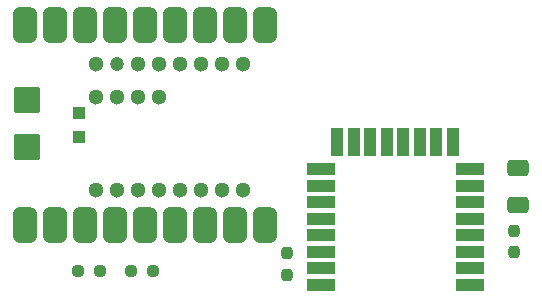
<source format=gtp>
G04 #@! TF.GenerationSoftware,KiCad,Pcbnew,7.0.10*
G04 #@! TF.CreationDate,2024-05-11T00:59:34-04:00*
G04 #@! TF.ProjectId,Remote PCB V2,52656d6f-7465-4205-9043-422056322e6b,rev?*
G04 #@! TF.SameCoordinates,Original*
G04 #@! TF.FileFunction,Paste,Top*
G04 #@! TF.FilePolarity,Positive*
%FSLAX46Y46*%
G04 Gerber Fmt 4.6, Leading zero omitted, Abs format (unit mm)*
G04 Created by KiCad (PCBNEW 7.0.10) date 2024-05-11 00:59:34*
%MOMM*%
%LPD*%
G01*
G04 APERTURE LIST*
G04 Aperture macros list*
%AMRoundRect*
0 Rectangle with rounded corners*
0 $1 Rounding radius*
0 $2 $3 $4 $5 $6 $7 $8 $9 X,Y pos of 4 corners*
0 Add a 4 corners polygon primitive as box body*
4,1,4,$2,$3,$4,$5,$6,$7,$8,$9,$2,$3,0*
0 Add four circle primitives for the rounded corners*
1,1,$1+$1,$2,$3*
1,1,$1+$1,$4,$5*
1,1,$1+$1,$6,$7*
1,1,$1+$1,$8,$9*
0 Add four rect primitives between the rounded corners*
20,1,$1+$1,$2,$3,$4,$5,0*
20,1,$1+$1,$4,$5,$6,$7,0*
20,1,$1+$1,$6,$7,$8,$9,0*
20,1,$1+$1,$8,$9,$2,$3,0*%
G04 Aperture macros list end*
%ADD10RoundRect,0.250000X-0.650000X0.412500X-0.650000X-0.412500X0.650000X-0.412500X0.650000X0.412500X0*%
%ADD11RoundRect,0.237500X0.237500X-0.250000X0.237500X0.250000X-0.237500X0.250000X-0.237500X-0.250000X0*%
%ADD12RoundRect,0.237500X-0.237500X0.250000X-0.237500X-0.250000X0.237500X-0.250000X0.237500X0.250000X0*%
%ADD13RoundRect,0.237500X0.250000X0.237500X-0.250000X0.237500X-0.250000X-0.237500X0.250000X-0.237500X0*%
%ADD14RoundRect,0.500000X0.500000X-1.000000X0.500000X1.000000X-0.500000X1.000000X-0.500000X-1.000000X0*%
%ADD15RoundRect,0.220000X0.880000X-0.880000X0.880000X0.880000X-0.880000X0.880000X-0.880000X-0.880000X0*%
%ADD16R,1.000000X1.000000*%
%ADD17C,1.300000*%
%ADD18C,1.200000*%
%ADD19R,2.450000X1.000000*%
%ADD20R,1.000000X2.450000*%
G04 APERTURE END LIST*
D10*
X105664000Y-56896000D03*
X105664000Y-60021000D03*
D11*
X105283000Y-64031500D03*
X105283000Y-62206500D03*
D12*
X86106000Y-64111500D03*
X86106000Y-65936500D03*
D13*
X74699500Y-65659000D03*
X72874500Y-65659000D03*
D14*
X63870000Y-61754000D03*
X66410000Y-61754000D03*
X68950000Y-61754000D03*
X71490000Y-61754000D03*
X74030000Y-61754000D03*
X76570000Y-61754000D03*
X79110000Y-61754000D03*
X81650000Y-61754000D03*
X84190000Y-61754000D03*
X84190000Y-44754000D03*
X81650000Y-44754000D03*
X79110000Y-44754000D03*
X76570000Y-44754000D03*
X74030000Y-44754000D03*
X71490000Y-44754000D03*
X68950000Y-44754000D03*
X66410000Y-44754000D03*
X63870000Y-44754000D03*
D15*
X64030000Y-55154000D03*
X64030000Y-51154000D03*
D16*
X68430000Y-54254000D03*
X68430000Y-52254000D03*
D17*
X69930000Y-58754000D03*
X71700000Y-58754000D03*
X73470000Y-58754000D03*
X75240000Y-58754000D03*
X77010000Y-58754000D03*
X78780000Y-58754000D03*
X80550000Y-58754000D03*
X82320000Y-58754000D03*
X82320000Y-48054000D03*
X80550000Y-48054000D03*
X78780000Y-48054000D03*
X77010000Y-48054000D03*
X75240000Y-48054000D03*
X73470000Y-48054000D03*
D18*
X71700000Y-48054000D03*
D17*
X69930000Y-48054000D03*
X69930000Y-50854000D03*
X71700000Y-50854000D03*
X73470000Y-50854000D03*
X75240000Y-50854000D03*
D19*
X101530000Y-66802800D03*
X101530000Y-65402800D03*
X101530000Y-64002800D03*
X101530000Y-62602800D03*
X101530000Y-61202800D03*
X101530000Y-59802800D03*
X101530000Y-58402800D03*
X101530000Y-57002800D03*
D20*
X100130000Y-54707800D03*
X98730000Y-54707800D03*
X97330000Y-54707800D03*
X95930000Y-54707800D03*
X94530000Y-54707800D03*
X93130000Y-54707800D03*
X91730000Y-54707800D03*
X90330000Y-54707800D03*
D19*
X88930000Y-57004000D03*
X88930000Y-58404000D03*
X88930000Y-59802800D03*
X88930000Y-61202800D03*
X88930000Y-62602800D03*
X88930000Y-64002800D03*
X88930000Y-65402800D03*
X88930000Y-66802800D03*
D13*
X70231000Y-65659000D03*
X68406000Y-65659000D03*
M02*

</source>
